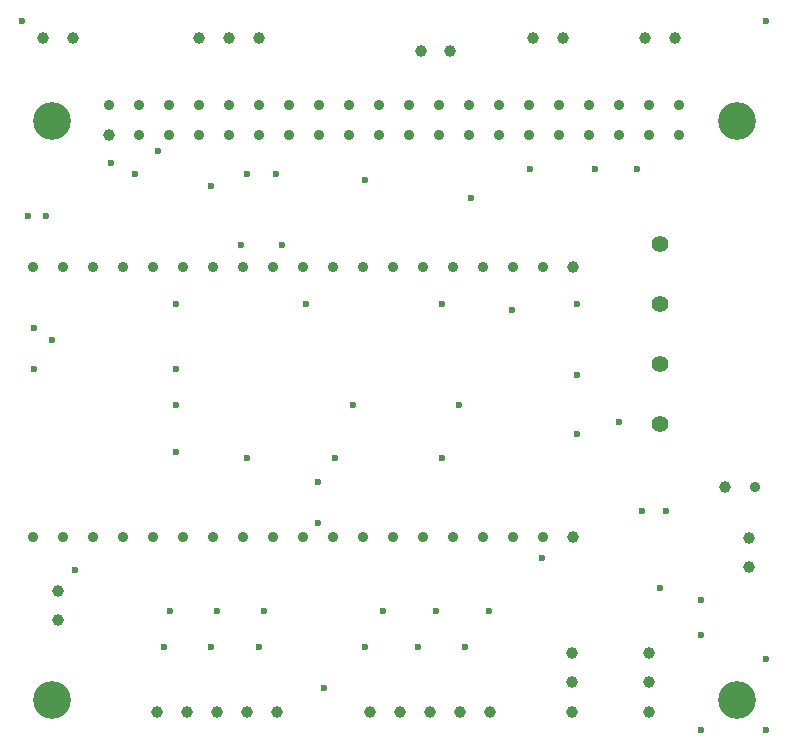
<source format=gbr>
G04 Generated by Ultiboard 14.0 *
%FSLAX34Y34*%
%MOMM*%

%ADD11C,3.2000*%
%ADD12C,0.8890*%
%ADD13C,0.9949*%
%ADD14C,1.4000*%
%ADD15C,0.6000*%
%ADD16C,1.0000*%


G04 ColorRGB 000000 for the following layer *
%LNDrill-Copper Top-Copper Bottom*%
%LPD*%
G54D11*
X35000Y35000D03*
X615000Y525000D03*
X35000Y525000D03*
X615000Y35000D03*
G54D12*
X566316Y513316D03*
X566316Y538716D03*
X236116Y513316D03*
X236116Y538716D03*
X83716Y538716D03*
X159916Y513316D03*
X159916Y538716D03*
X109116Y513316D03*
X109116Y538716D03*
X134516Y513316D03*
X134516Y538716D03*
X185316Y513316D03*
X185316Y538716D03*
X210716Y513316D03*
X210716Y538716D03*
X388516Y513316D03*
X388516Y538716D03*
X312316Y513316D03*
X312316Y538716D03*
X286916Y513316D03*
X286916Y538716D03*
X261516Y513316D03*
X261516Y538716D03*
X363116Y513316D03*
X363116Y538716D03*
X337716Y513316D03*
X337716Y538716D03*
X439316Y513316D03*
X439316Y538716D03*
X413916Y513316D03*
X413916Y538716D03*
X464716Y513316D03*
X464716Y538716D03*
X515516Y513316D03*
X515516Y538716D03*
X490116Y513316D03*
X490116Y538716D03*
X540916Y513316D03*
X540916Y538716D03*
X630400Y215000D03*
X171116Y172684D03*
X323516Y172684D03*
X425116Y172684D03*
X450516Y172684D03*
X348916Y172684D03*
X374316Y172684D03*
X399716Y172684D03*
X247316Y172684D03*
X272716Y172684D03*
X298116Y172684D03*
X196516Y172684D03*
X221916Y172684D03*
X18716Y172684D03*
X94916Y172684D03*
X120316Y172684D03*
X145716Y172684D03*
X44116Y172684D03*
X69516Y172684D03*
X171116Y401284D03*
X323516Y401284D03*
X425116Y401284D03*
X450516Y401284D03*
X348916Y401284D03*
X374316Y401284D03*
X399716Y401284D03*
X247316Y401284D03*
X272716Y401284D03*
X298116Y401284D03*
X196516Y401284D03*
X221916Y401284D03*
X18716Y401284D03*
X94916Y401284D03*
X120316Y401284D03*
X145716Y401284D03*
X44116Y401284D03*
X69516Y401284D03*
G54D13*
X83716Y513316D03*
X605000Y215000D03*
X475916Y172684D03*
X475916Y401284D03*
G54D14*
X550000Y268800D03*
X550000Y319600D03*
X550000Y370400D03*
X550000Y421200D03*
G54D15*
X480000Y370000D03*
X300000Y475000D03*
X535000Y195000D03*
X290000Y285000D03*
X200000Y240000D03*
X275000Y240000D03*
X140000Y245000D03*
X140000Y315000D03*
X140000Y285000D03*
X380000Y285000D03*
X480000Y260000D03*
X480000Y310000D03*
X550000Y130000D03*
X55000Y145000D03*
X585000Y120000D03*
X555000Y195000D03*
X20000Y350000D03*
X15000Y445000D03*
X30000Y445000D03*
X515000Y270000D03*
X584500Y90200D03*
X640000Y70000D03*
X585000Y10000D03*
X640000Y10000D03*
X640000Y610000D03*
X10000Y610000D03*
X20000Y315000D03*
X140000Y370000D03*
X250000Y370000D03*
X365000Y370000D03*
X365000Y240000D03*
X425000Y365000D03*
X85000Y490000D03*
X105000Y480000D03*
X125000Y500000D03*
X200000Y480000D03*
X225000Y480000D03*
X230000Y420000D03*
X195000Y420000D03*
X170000Y470000D03*
X35000Y340000D03*
X390000Y460000D03*
X450000Y155000D03*
X530000Y485000D03*
X495000Y485000D03*
X440000Y485000D03*
X265000Y45000D03*
X170000Y80000D03*
X135000Y110000D03*
X175000Y110000D03*
X215000Y110000D03*
X130000Y80000D03*
X210000Y80000D03*
X300000Y80000D03*
X345000Y80000D03*
X315000Y110000D03*
X385000Y80000D03*
X360000Y110000D03*
X405000Y110000D03*
X260000Y220000D03*
X260000Y185000D03*
G54D16*
X540250Y75000D03*
X540250Y50000D03*
X540250Y25000D03*
X625250Y172500D03*
X625250Y147500D03*
X27500Y595250D03*
X52500Y595250D03*
X442500Y595250D03*
X467500Y595250D03*
X537500Y595250D03*
X562500Y595250D03*
X372500Y584750D03*
X347500Y584750D03*
X225800Y24750D03*
X200400Y24750D03*
X175000Y24750D03*
X149600Y24750D03*
X124200Y24750D03*
X405800Y24750D03*
X380400Y24750D03*
X355000Y24750D03*
X329600Y24750D03*
X304200Y24750D03*
X475250Y75000D03*
X475250Y50000D03*
X475250Y25000D03*
X160000Y595250D03*
X185000Y595250D03*
X210000Y595250D03*
X40250Y127500D03*
X40250Y102500D03*

M02*

</source>
